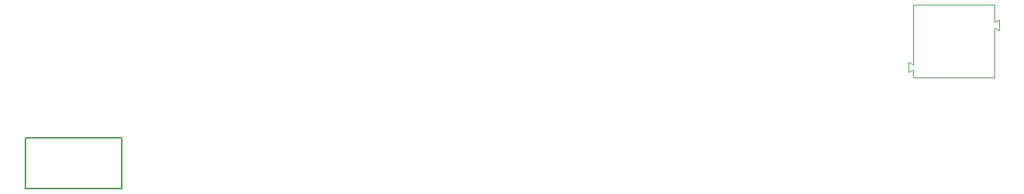
<source format=gbr>
%TF.GenerationSoftware,Altium Limited,Altium Designer,24.7.2 (38)*%
G04 Layer_Color=32768*
%FSLAX43Y43*%
%MOMM*%
%TF.SameCoordinates,3DDE4B3C-03A5-4BC3-9972-2EF5A5DF1AA7*%
%TF.FilePolarity,Positive*%
%TF.FileFunction,Other,Top_3D_Body*%
%TF.Part,Single*%
G01*
G75*
%TA.AperFunction,NonConductor*%
%ADD81C,0.200*%
%ADD106C,0.100*%
D81*
X24445Y196051D02*
X36295D01*
Y189801D02*
Y196051D01*
X24445Y189801D02*
X36295D01*
X24445D02*
Y196051D01*
D106*
X133800Y205150D02*
Y212500D01*
Y203500D02*
Y204450D01*
Y203500D02*
X143800D01*
X133800Y212500D02*
X143800D01*
Y210350D02*
Y212500D01*
Y203500D02*
Y209650D01*
X144400Y209400D02*
Y210600D01*
X143800Y210350D02*
X144400Y210600D01*
X143800Y209650D02*
X144400Y209400D01*
X133200Y204200D02*
X133800Y204450D01*
X133200Y204200D02*
Y205400D01*
X133800Y205150D01*
%TF.MD5,950e9348a7e2dc0d7f009c89b25570cf*%
M02*

</source>
